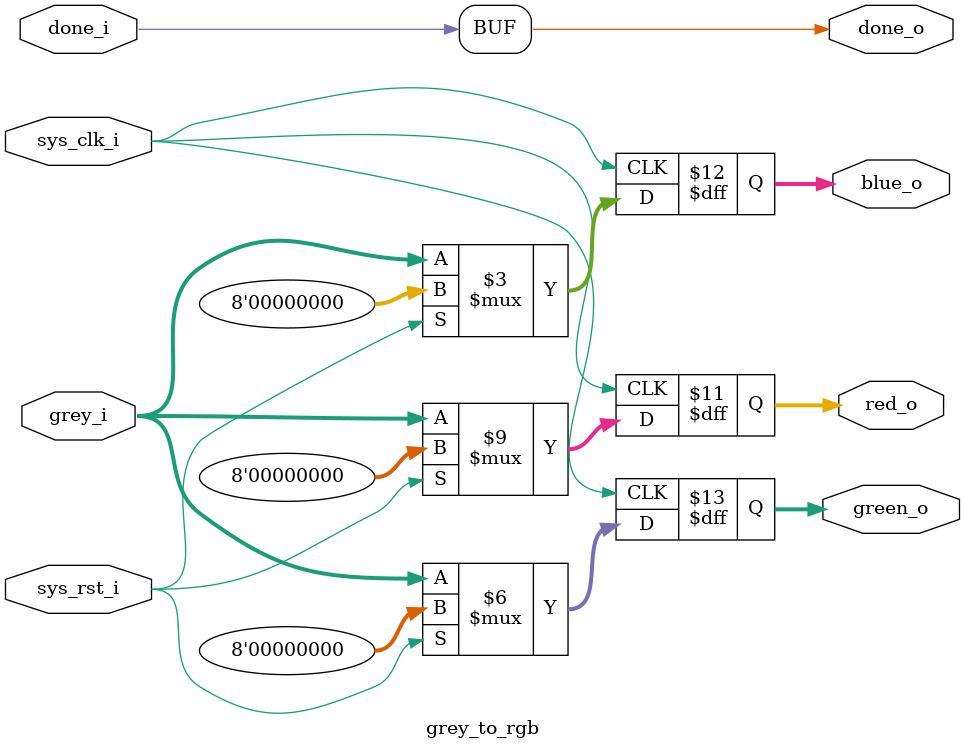
<source format=v>
`timescale 1ns / 1ps


module grey_to_rgb(
        input  sys_clk_i,
        input  sys_rst_i,

        input [7:0] grey_i,
        input       done_i,

        output reg [7:0] red_o,
        output reg [7:0] blue_o,
        output reg [7:0] green_o,

        output       done_o
    );

    always @(posedge sys_clk_i) begin
        if (sys_rst_i) begin
            red_o <= 0;
            green_o <= 0;
            blue_o <= 0;
        end else begin
            red_o <= grey_i ;
            green_o <= grey_i ;
            blue_o <= grey_i ;
        end
    end

    assign done_o = done_i ;
endmodule

</source>
